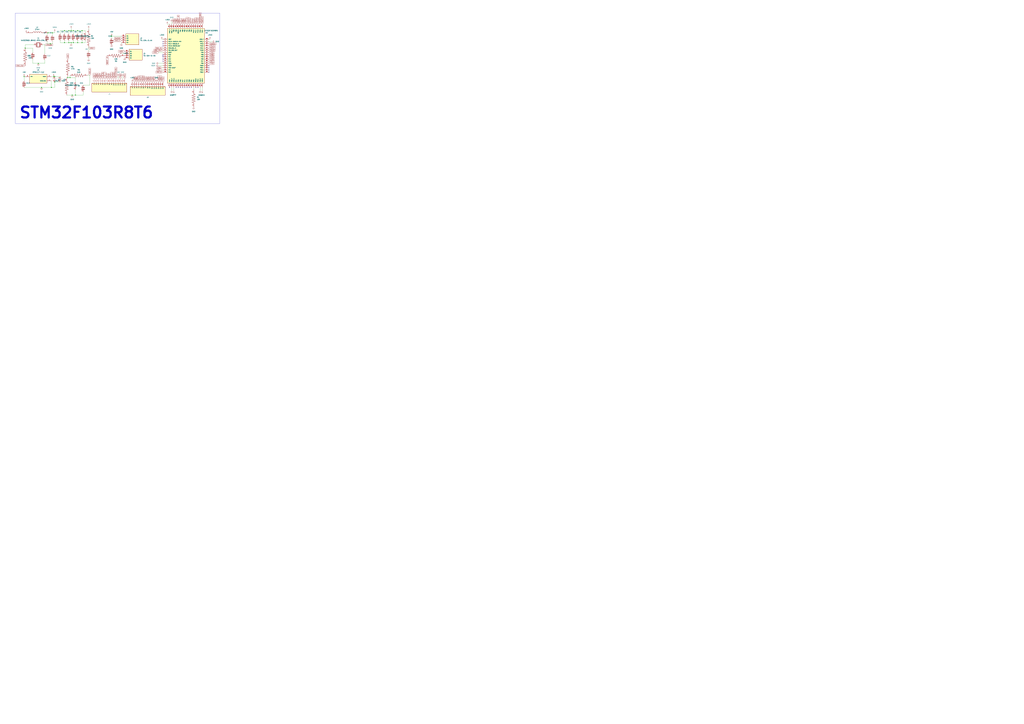
<source format=kicad_sch>
(kicad_sch (version 20231120) (generator "eeschema") (generator_version "8.0")
  (paper "A0")
  (lib_symbols
    (symbol "AMS1117-3.3:AMS1117-3.3" (pin_names (offset 1.016))
      (property "Reference" "U" (at -10.16 5.588 0))
      (property "Value" "AMS1117-3.3" (at -10.16 -8.128 0))
      (symbol "AMS1117-3.3_0_0"
        (rectangle (start -10.16 -5.08) (end 10.16 5.08) (stroke (width 0.254)) (fill (type background)))
        (pin power_in line (at 15.24 -2.54 180) (length 5.08) (name "GND/ADJ") (number "1"))
        (pin output line (at 15.24 2.54 180) (length 5.08) (name "VOUT") (number "2"))
        (pin input line (at -15.24 2.54 0) (length 5.08) (name "VIN") (number "3"))
      )
    )
    (symbol "CL05B104KO5NNNC:CL05B104KO5NNNC" (pin_names (offset 1.016))
      (property "Reference" "C" (at 0 3.81 0))
      (property "Value" "CL05B104KO5NNNC" (at 0 -5.08 0))
      (symbol "CL05B104KO5NNNC_0_0"
        (rectangle (start 0 -1.905) (end 0.635 1.905) (stroke (width 0.1)) (fill (type outline)))
        (rectangle (start 1.905 -1.905) (end 2.54 1.905) (stroke (width 0.1)) (fill (type outline)))
        (pin passive line (at 5.08 0 180) (length 2.54) (name "~") (number "1"))
        (pin passive line (at -2.54 0 0) (length 2.54) (name "~") (number "2"))
      )
    )
    (symbol "CRGCQ0402F10K:CRGCQ0402F10K" (pin_names (offset 1.016))
      (property "Reference" "R" (at -7.6244 2.5415 0))
      (property "Value" "CRGCQ0402F10K" (at -7.63 -5.0866 0))
      (symbol "CRGCQ0402F10K_0_0"
        (polyline (pts (xy -5.08 0) (xy -4.445 1.905)) (stroke (width 0.254)))
        (polyline (pts (xy -4.445 1.905) (xy -3.175 -1.905)) (stroke (width 0.254)))
        (polyline (pts (xy -3.175 -1.905) (xy -1.905 1.905)) (stroke (width 0.254)))
        (polyline (pts (xy -1.905 1.905) (xy -0.635 -1.905)) (stroke (width 0.254)))
        (polyline (pts (xy -0.635 -1.905) (xy 0.635 1.905)) (stroke (width 0.254)))
        (polyline (pts (xy 0.635 1.905) (xy 1.905 -1.905)) (stroke (width 0.254)))
        (polyline (pts (xy 1.905 -1.905) (xy 3.175 1.905)) (stroke (width 0.254)))
        (polyline (pts (xy 3.175 1.905) (xy 4.445 -1.905)) (stroke (width 0.254)))
        (polyline (pts (xy 4.445 -1.905) (xy 5.08 0)) (stroke (width 0.254)))
        (pin passive line (at -10.16 0 0) (length 5.08) (name "~") (number "1"))
        (pin passive line (at 10.16 0 180) (length 5.08) (name "~") (number "2"))
      )
    )
    (symbol "MLG1005S10NHT000:MLG1005S10NHT000" (pin_names (offset 1.016))
      (property "Reference" "L" (at -10.16 7.62 0))
      (property "Value" "MLG1005S10NHT000" (at -10.16 5.08 0))
      (symbol "MLG1005S10NHT000_0_0"
        (arc (start -2.54 0) (mid -3.81 1.2645) (end -5.08 0) (stroke (width 0.254)))
        (arc (start 0 0) (mid -1.27 1.2645) (end -2.54 0) (stroke (width 0.254)))
        (polyline (pts (xy -5.08 0) (xy -7.62 0)) (stroke (width 0.254)))
        (polyline (pts (xy 5.08 0) (xy 7.62 0)) (stroke (width 0.254)))
        (arc (start 2.54 0) (mid 1.27 1.2645) (end 0 0) (stroke (width 0.254)))
        (arc (start 5.08 0) (mid 3.81 1.2645) (end 2.54 0) (stroke (width 0.254)))
        (pin passive line (at -12.7 0 0) (length 5.08) (name "~") (number "1"))
        (pin passive line (at 12.7 0 180) (length 5.08) (name "~") (number "2"))
      )
    )
    (symbol "NX3225GD-8MHZ-STD-CRA-3:NX3225GD-8MHZ-STD-CRA-3" (pin_names (offset 1.016))
      (property "Reference" "Y" (at -5.0878 3.8159 0))
      (property "Value" "NX3225GD-8MHZ-STD-CRA-3" (at -5.0944 -5.0944 0))
      (symbol "NX3225GD-8MHZ-STD-CRA-3_0_0"
        (polyline (pts (xy -2.3368 2.54) (xy -2.3368 -2.54)) (stroke (width 0.4064)))
        (polyline (pts (xy -1.397 2.54) (xy -1.397 -2.54)) (stroke (width 0.4064)))
        (polyline (pts (xy -1.397 2.54) (xy 1.397 2.54)) (stroke (width 0.4064)))
        (polyline (pts (xy 1.397 -2.54) (xy -1.397 -2.54)) (stroke (width 0.4064)))
        (polyline (pts (xy 1.397 2.54) (xy 1.397 -2.54)) (stroke (width 0.4064)))
        (polyline (pts (xy 2.3368 2.54) (xy 2.3368 -2.54)) (stroke (width 0.4064)))
        (pin passive line (at -5.08 0 0) (length 2.54) (name "~") (number "1"))
        (pin passive line (at 5.08 0 180) (length 2.54) (name "~") (number "2"))
      )
    )
    (symbol "New_Library:Capacitores_"
      (property "Reference" "U" (at -5.08 -2.54 0))
      (symbol "Capacitores__0_1"
        (rectangle (start -2.54 0) (end 2.54 0))
        (arc (start 1.905 -1.9051) (mid 0 -1.2587) (end -1.905 -1.9051))
      )
      (symbol "Capacitores__1_1"
        (pin input line (at 0 2.54 270) (length 2.54) (name "") (number "1"))
        (pin input line (at 0 -3.81 90) (length 2.54) (name "") (number "2"))
      )
    )
    (symbol "New_Library:Diodos_de_los_supresores/TVS_del_ESD_DE_3.3V"
      (property "Reference" "U" (at -3.81 -1.27 0))
      (symbol "Diodos_de_los_supresores/TVS_del_ESD_DE_3.3V_0_1"
        (rectangle (start -1.27 -3.81) (end 1.27 -3.81))
        (rectangle (start -1.27 -2.54) (end 1.27 -2.54))
        (arc (start -1.27 -1.27) (mid -0.372 -0.898) (end 0 0))
        (rectangle (start -1.27 -1.27) (end 1.27 -1.27))
        (rectangle (start -1.27 0) (end 1.27 0))
        (arc (start 0 -3.81) (mid -0.372 -2.912) (end -1.27 -2.54))
        (rectangle (start 0 -1.27) (end 0 -2.54))
        (arc (start 0 0) (mid 0.372 -0.898) (end 1.27 -1.27))
        (arc (start 1.27 -2.54) (mid 0.372 -2.912) (end 0 -3.81))
        (rectangle (start 1.27 0) (end 1.27 0))
      )
      (symbol "Diodos_de_los_supresores/TVS_del_ESD_DE_3.3V_1_1"
        (pin input line (at 0 2.54 270) (length 2.54) (name "") (number "1"))
        (pin input line (at 0 -6.35 90) (length 2.54) (name "") (number "2"))
      )
    )
    (symbol "STM32F103R8T6:STM32F103R8T6" (pin_names (offset 1.016))
      (property "Reference" "IC" (at 49.53 17.78 0))
      (property "Value" "STM32F103R8T6" (at 49.53 15.24 0))
      (symbol "STM32F103R8T6_0_0"
        (rectangle (start 5.08 -50.8) (end 48.26 12.7) (stroke (width 0.254)) (fill (type background)))
        (pin bidirectional line (at 0 0 0) (length 5.08) (name "VBAT") (number "1"))
        (pin bidirectional line (at 0 -22.86 0) (length 5.08) (name "PC2") (number "10"))
        (pin bidirectional line (at 0 -25.4 0) (length 5.08) (name "PC3") (number "11"))
        (pin power_in line (at 0 -27.94 0) (length 5.08) (name "VSSA") (number "12"))
        (pin power_in line (at 0 -30.48 0) (length 5.08) (name "VDDA") (number "13"))
        (pin bidirectional line (at 0 -33.02 0) (length 5.08) (name "PA0-WKUP") (number "14"))
        (pin bidirectional line (at 0 -35.56 0) (length 5.08) (name "PA1") (number "15"))
        (pin bidirectional line (at 0 -38.1 0) (length 5.08) (name "PA2") (number "16"))
        (pin bidirectional line (at 7.62 -55.88 90) (length 5.08) (name "PA3") (number "17"))
        (pin power_in line (at 10.16 -55.88 90) (length 5.08) (name "VSS_4") (number "18"))
        (pin power_in line (at 12.7 -55.88 90) (length 5.08) (name "VDD_4") (number "19"))
        (pin bidirectional line (at 0 -2.54 0) (length 5.08) (name "PC13-TAMPER-RTC") (number "2"))
        (pin bidirectional line (at 15.24 -55.88 90) (length 5.08) (name "PA4") (number "20"))
        (pin bidirectional line (at 17.78 -55.88 90) (length 5.08) (name "PA5") (number "21"))
        (pin bidirectional line (at 20.32 -55.88 90) (length 5.08) (name "PA6") (number "22"))
        (pin bidirectional line (at 22.86 -55.88 90) (length 5.08) (name "PA7") (number "23"))
        (pin bidirectional line (at 25.4 -55.88 90) (length 5.08) (name "PC4") (number "24"))
        (pin bidirectional line (at 27.94 -55.88 90) (length 5.08) (name "PC5") (number "25"))
        (pin bidirectional line (at 30.48 -55.88 90) (length 5.08) (name "PB0") (number "26"))
        (pin bidirectional line (at 33.02 -55.88 90) (length 5.08) (name "PB1") (number "27"))
        (pin bidirectional line (at 35.56 -55.88 90) (length 5.08) (name "PB2") (number "28"))
        (pin bidirectional line (at 38.1 -55.88 90) (length 5.08) (name "PB10") (number "29"))
        (pin input line (at 0 -5.08 0) (length 5.08) (name "PC14-OSC32_IN") (number "3"))
        (pin bidirectional line (at 40.64 -55.88 90) (length 5.08) (name "PB11") (number "30"))
        (pin power_in line (at 43.18 -55.88 90) (length 5.08) (name "VSS_1") (number "31"))
        (pin power_in line (at 45.72 -55.88 90) (length 5.08) (name "VDD_1") (number "32"))
        (pin bidirectional line (at 53.34 -38.1 180) (length 5.08) (name "PB12") (number "33"))
        (pin bidirectional line (at 53.34 -35.56 180) (length 5.08) (name "PB13") (number "34"))
        (pin bidirectional line (at 53.34 -33.02 180) (length 5.08) (name "PB14") (number "35"))
        (pin bidirectional line (at 53.34 -30.48 180) (length 5.08) (name "PB15") (number "36"))
        (pin bidirectional line (at 53.34 -27.94 180) (length 5.08) (name "PC6") (number "37"))
        (pin bidirectional line (at 53.34 -25.4 180) (length 5.08) (name "PC7") (number "38"))
        (pin bidirectional line (at 53.34 -22.86 180) (length 5.08) (name "PC8") (number "39"))
        (pin output line (at 0 -7.62 0) (length 5.08) (name "PC15-OSC32_OUT") (number "4"))
        (pin bidirectional line (at 53.34 -20.32 180) (length 5.08) (name "PC9") (number "40"))
        (pin bidirectional line (at 53.34 -17.78 180) (length 5.08) (name "PA8") (number "41"))
        (pin bidirectional line (at 53.34 -15.24 180) (length 5.08) (name "PA9") (number "42"))
        (pin bidirectional line (at 53.34 -12.7 180) (length 5.08) (name "PA10") (number "43"))
        (pin bidirectional line (at 53.34 -10.16 180) (length 5.08) (name "PA11") (number "44"))
        (pin bidirectional line (at 53.34 -7.62 180) (length 5.08) (name "PA12") (number "45"))
        (pin bidirectional line (at 53.34 -5.08 180) (length 5.08) (name "PA13") (number "46"))
        (pin power_in line (at 53.34 -2.54 180) (length 5.08) (name "VSS_2") (number "47"))
        (pin power_in line (at 53.34 0 180) (length 5.08) (name "VDD_2") (number "48"))
        (pin bidirectional line (at 45.72 17.78 270) (length 5.08) (name "PA14") (number "49"))
        (pin input line (at 0 -10.16 0) (length 5.08) (name "PD0_OSC_IN") (number "5"))
        (pin bidirectional line (at 43.18 17.78 270) (length 5.08) (name "PA15") (number "50"))
        (pin bidirectional line (at 40.64 17.78 270) (length 5.08) (name "PC10") (number "51"))
        (pin bidirectional line (at 38.1 17.78 270) (length 5.08) (name "PC11") (number "52"))
        (pin bidirectional line (at 35.56 17.78 270) (length 5.08) (name "PC12") (number "53"))
        (pin bidirectional line (at 33.02 17.78 270) (length 5.08) (name "PD2") (number "54"))
        (pin bidirectional line (at 30.48 17.78 270) (length 5.08) (name "PB3") (number "55"))
        (pin bidirectional line (at 27.94 17.78 270) (length 5.08) (name "PB4") (number "56"))
        (pin bidirectional line (at 25.4 17.78 270) (length 5.08) (name "PB5") (number "57"))
        (pin bidirectional line (at 22.86 17.78 270) (length 5.08) (name "PB6") (number "58"))
        (pin bidirectional line (at 20.32 17.78 270) (length 5.08) (name "PB7") (number "59"))
        (pin output line (at 0 -12.7 0) (length 5.08) (name "PD1_OSC_OUT") (number "6"))
        (pin bidirectional line (at 17.78 17.78 270) (length 5.08) (name "BOOT0") (number "60"))
        (pin bidirectional line (at 15.24 17.78 270) (length 5.08) (name "PB8") (number "61"))
        (pin bidirectional line (at 12.7 17.78 270) (length 5.08) (name "PB9") (number "62"))
        (pin power_in line (at 10.16 17.78 270) (length 5.08) (name "VSS_3") (number "63"))
        (pin power_in line (at 7.62 17.78 270) (length 5.08) (name "VDD_3") (number "64"))
        (pin input line (at 0 -15.24 0) (length 5.08) (name "NRST") (number "7"))
        (pin bidirectional line (at 0 -17.78 0) (length 5.08) (name "PC0") (number "8"))
        (pin bidirectional line (at 0 -20.32 0) (length 5.08) (name "PC1") (number "9"))
      )
    )
    (symbol "TS-104-G-AA:TS-104-G-AA" (pin_names (offset 1.016))
      (property "Reference" "J" (at -8.12 7.62 0))
      (property "Value" "TS-104-G-AA" (at -7.62 -7.62 0))
      (symbol "TS-104-G-AA_0_0"
        (rectangle (start -7.62 -5.08) (end 7.62 7.62) (stroke (width 0.254)) (fill (type background)))
        (pin passive line (at -12.7 5.08 0) (length 5.08) (name "01") (number "01"))
        (pin passive line (at -12.7 2.54 0) (length 5.08) (name "02") (number "02"))
        (pin passive line (at -12.7 0 0) (length 5.08) (name "03") (number "03"))
        (pin passive line (at -12.7 -2.54 0) (length 5.08) (name "04") (number "04"))
      )
    )
    (symbol "V06-1X15-SV-GF-1:V06-1X15-SV-GF-1" (pin_names (offset 1.016))
      (property "Reference" "J" (at -5.58 20.32 0))
      (property "Value" "V06-1X15-SV-GF-1" (at -5.08 -22.86 0))
      (symbol "V06-1X15-SV-GF-1_0_0"
        (rectangle (start -5.3307 -20.32) (end 4.8293 20.32) (stroke (width 0.254)) (fill (type background)))
        (polyline (pts (xy 3.81 20.32) (xy 5.08 19.05)) (stroke (width 0.254)))
        (polyline (pts (xy 5.08 -19.05) (xy 3.81 -20.32)) (stroke (width 0.254)))
        (polyline (pts (xy 5.08 -17.78) (xy 3.81 -17.78)) (stroke (width 0.254)))
        (polyline (pts (xy 5.08 -15.24) (xy 3.81 -15.24)) (stroke (width 0.254)))
        (polyline (pts (xy 5.08 -12.7) (xy 3.81 -12.7)) (stroke (width 0.254)))
        (polyline (pts (xy 5.08 -10.16) (xy 3.81 -10.16)) (stroke (width 0.254)))
        (polyline (pts (xy 5.08 -7.62) (xy 3.81 -7.62)) (stroke (width 0.254)))
        (polyline (pts (xy 5.08 -5.08) (xy 3.81 -5.08)) (stroke (width 0.254)))
        (polyline (pts (xy 5.08 -2.54) (xy 3.81 -2.54)) (stroke (width 0.254)))
        (polyline (pts (xy 5.08 0) (xy 3.81 0)) (stroke (width 0.254)))
        (polyline (pts (xy 5.08 2.54) (xy 3.81 2.54)) (stroke (width 0.254)))
        (polyline (pts (xy 5.08 5.08) (xy 3.81 5.08)) (stroke (width 0.254)))
        (polyline (pts (xy 5.08 7.62) (xy 3.81 7.62)) (stroke (width 0.254)))
        (polyline (pts (xy 5.08 10.16) (xy 3.81 10.16)) (stroke (width 0.254)))
        (polyline (pts (xy 5.08 12.7) (xy 3.81 12.7)) (stroke (width 0.254)))
        (polyline (pts (xy 5.08 15.24) (xy 3.81 15.24)) (stroke (width 0.254)))
        (polyline (pts (xy 5.08 17.78) (xy 3.81 17.78)) (stroke (width 0.254)))
        (arc (start 3.175 -18.415) (mid 3.8073 -17.78) (end 3.175 -17.145) (stroke (width 0.254)))
        (arc (start 3.175 -15.875) (mid 3.8073 -15.24) (end 3.175 -14.605) (stroke (width 0.254)))
        (arc (start 3.175 -13.335) (mid 3.8073 -12.7) (end 3.175 -12.065) (stroke (width 0.254)))
        (arc (start 3.175 -10.795) (mid 3.8073 -10.16) (end 3.175 -9.525) (stroke (width 0.254)))
        (arc (start 3.175 -8.255) (mid 3.8073 -7.62) (end 3.175 -6.985) (stroke (width 0.254)))
        (arc (start 3.175 -5.715) (mid 3.8073 -5.08) (end 3.175 -4.445) (stroke (width 0.254)))
        (arc (start 3.175 -3.175) (mid 3.8073 -2.54) (end 3.175 -1.905) (stroke (width 0.254)))
        (arc (start 3.175 -0.635) (mid 3.8073 0) (end 3.175 0.635) (stroke (width 0.254)))
        (arc (start 3.175 1.905) (mid 3.8073 2.54) (end 3.175 3.175) (stroke (width 0.254)))
        (arc (start 3.175 4.445) (mid 3.8073 5.08) (end 3.175 5.715) (stroke (width 0.254)))
        (arc (start 3.175 6.985) (mid 3.8073 7.62) (end 3.175 8.255) (stroke (width 0.254)))
        (arc (start 3.175 9.525) (mid 3.8073 10.16) (end 3.175 10.795) (stroke (width 0.254)))
        (arc (start 3.175 12.065) (mid 3.8073 12.7) (end 3.175 13.335) (stroke (width 0.254)))
        (arc (start 3.175 14.605) (mid 3.8073 15.24) (end 3.175 15.875) (stroke (width 0.254)))
        (arc (start 3.175 17.145) (mid 3.8073 17.78) (end 3.175 18.415) (stroke (width 0.254)))
        (pin passive line (at 10.16 17.78 180) (length 5.08) (name "1") (number "1"))
        (pin passive line (at 10.16 -5.08 180) (length 5.08) (name "10") (number "10"))
        (pin passive line (at 10.16 -7.62 180) (length 5.08) (name "11") (number "11"))
        (pin passive line (at 10.16 -10.16 180) (length 5.08) (name "12") (number "12"))
        (pin passive line (at 10.16 -12.7 180) (length 5.08) (name "13") (number "13"))
        (pin passive line (at 10.16 -15.24 180) (length 5.08) (name "14") (number "14"))
        (pin passive line (at 10.16 -17.78 180) (length 5.08) (name "15") (number "15"))
        (pin passive line (at 10.16 15.24 180) (length 5.08) (name "2") (number "2"))
        (pin passive line (at 10.16 12.7 180) (length 5.08) (name "3") (number "3"))
        (pin passive line (at 10.16 10.16 180) (length 5.08) (name "4") (number "4"))
        (pin passive line (at 10.16 7.62 180) (length 5.08) (name "5") (number "5"))
        (pin passive line (at 10.16 5.08 180) (length 5.08) (name "6") (number "6"))
        (pin passive line (at 10.16 2.54 180) (length 5.08) (name "7") (number "7"))
        (pin passive line (at 10.16 0 180) (length 5.08) (name "8") (number "8"))
        (pin passive line (at 10.16 -2.54 180) (length 5.08) (name "9") (number "9"))
      )
    )
    (symbol "power:+3V3" (power) (pin_names (offset 0))
      (property "Value" "+3V3" (at 0 3.556 0))
      (symbol "+3V3_0_1"
        (polyline (pts (xy -0.762 1.27) (xy 0 2.54)))
        (polyline (pts (xy 0 0) (xy 0 2.54)))
        (polyline (pts (xy 0 2.54) (xy 0.762 1.27)))
      )
      (symbol "+3V3_1_1"
        (pin power_in line (at 0 0 90) (length 0) hide (name "+3V3") (number "1"))
      )
    )
    (symbol "power:+5V" (power) (pin_names (offset 0))
      (property "Value" "+5V" (at 0 3.556 0))
      (symbol "+5V_0_1"
        (polyline (pts (xy -0.762 1.27) (xy 0 2.54)))
        (polyline (pts (xy 0 0) (xy 0 2.54)))
        (polyline (pts (xy 0 2.54) (xy 0.762 1.27)))
      )
      (symbol "+5V_1_1"
        (pin power_in line (at 0 0 90) (length 0) hide (name "+5V") (number "1"))
      )
    )
    (symbol "power:GND" (power) (pin_names (offset 0))
      (property "Value" "GND" (at 0 -3.81 0))
      (symbol "GND_0_1"
        (polyline (pts (xy 0 0) (xy 0 -1.27) (xy 1.27 -1.27) (xy 0 -2.54) (xy -1.27 -1.27) (xy 0 -1.27)))
      )
      (symbol "GND_1_1"
        (pin power_in line (at 0 0 270) (length 0) hide (name "GND") (number "1"))
      )
    )
    (symbol "power:VDDA" (power) (pin_names (offset 0))
      (property "Value" "VDDA" (at 0 3.81 0))
      (symbol "VDDA_0_1"
        (polyline (pts (xy -0.762 1.27) (xy 0 2.54)))
        (polyline (pts (xy 0 0) (xy 0 2.54)))
        (polyline (pts (xy 0 2.54) (xy 0.762 1.27)))
      )
      (symbol "VDDA_1_1"
        (pin power_in line (at 0 0 90) (length 0) hide (name "VDDA") (number "1"))
      )
    )
  )
  (junction (at 60.96 38.1))
  (junction (at 55.88 38.1))
  (junction (at 63.5 88.9))
  (junction (at 90.17 35.56))
  (junction (at 129.54 41.91))
  (junction (at 85.09 35.56))
  (junction (at 85.09 49.53))
  (junction (at 87.63 110.49))
  (junction (at 82.55 49.53))
  (junction (at 48.26 101.6))
  (junction (at 44.45 73.66))
  (junction (at 58.42 50.8))
  (junction (at 63.5 95.25))
  (junction (at 74.93 35.56))
  (junction (at 90.17 49.53))
  (junction (at 83.82 110.49))
  (junction (at 81.28 90.17))
  (junction (at 95.25 49.53))
  (junction (at 29.21 55.88))
  (junction (at 80.01 35.56))
  (junction (at 95.25 35.56))
  (junction (at 62.23 88.9))
  (junction (at 74.93 49.53))
  (junction (at 80.01 49.53))
  (junction (at 78.74 90.17))
  (junction (at 82.55 35.56))
  (junction (at 59.69 101.6))
  (junction (at 27.94 88.9))
  (no_connect (at 227.33 101.6))
  (no_connect (at 189.23 50.8))
  (no_connect (at 196.85 101.6))
  (no_connect (at 219.71 101.6))
  (no_connect (at 242.57 81.28))
  (no_connect (at 229.87 101.6))
  (no_connect (at 189.23 48.26))
  (no_connect (at 242.57 83.82))
  (no_connect (at 189.23 64.77))
  (no_connect (at 212.09 101.6))
  (no_connect (at 189.23 53.34))
  (no_connect (at 189.23 63.5))
  (no_connect (at 204.47 101.6))
  (no_connect (at 189.23 71.12))
  (no_connect (at 242.57 78.74))
  (no_connect (at 189.23 66.04))
  (no_connect (at 242.57 76.2))
  (no_connect (at 214.63 101.6))
  (no_connect (at 217.17 101.6))
  (no_connect (at 189.23 68.58))
  (no_connect (at 209.55 101.6))
  (no_connect (at 207.01 101.6))
  (no_connect (at 222.25 101.6))
  (wire (pts (xy 29.21 52.07) (xy 29.21 55.88)))
  (wire (pts (xy 96.52 99.06) (xy 104.14 99.06)))
  (wire (pts (xy 187.96 78.74) (xy 189.23 78.74)))
  (wire (pts (xy 74.93 35.56) (xy 80.01 35.56)))
  (wire (pts (xy 74.93 46.99) (xy 74.93 49.53)))
  (wire (pts (xy 242.57 48.26) (xy 246.38 48.26)))
  (wire (pts (xy 82.55 33.02) (xy 82.55 35.56)))
  (wire (pts (xy 104.14 99.06) (xy 104.14 87.63)))
  (wire (pts (xy 129.54 44.45) (xy 129.54 41.91)))
  (wire (pts (xy 184.15 60.96) (xy 189.23 60.96)))
  (wire (pts (xy 60.96 50.8) (xy 60.96 48.26)))
  (wire (pts (xy 85.09 49.53) (xy 85.09 46.99)))
  (wire (pts (xy 59.69 93.98) (xy 59.69 101.6)))
  (wire (pts (xy 95.25 39.37) (xy 95.25 35.56)))
  (wire (pts (xy 38.1 68.58) (xy 38.1 73.66)))
  (wire (pts (xy 78.74 88.9) (xy 78.74 90.17)))
  (wire (pts (xy 141.986 61.976) (xy 142.24 61.976)))
  (wire (pts (xy 63.5 95.25) (xy 69.85 95.25)))
  (wire (pts (xy 187.96 81.28) (xy 189.23 81.28)))
  (wire (pts (xy 85.09 35.56) (xy 85.09 39.37)))
  (wire (pts (xy 90.17 35.56) (xy 90.17 39.37)))
  (wire (pts (xy 69.85 39.37) (xy 69.85 35.56)))
  (wire (pts (xy 142.24 62.23) (xy 144.78 62.23)))
  (wire (pts (xy 96.52 106.68) (xy 96.52 110.49)))
  (wire (pts (xy 99.06 46.99) (xy 99.06 49.53)))
  (wire (pts (xy 99.06 35.56) (xy 95.25 35.56)))
  (wire (pts (xy 29.21 52.07) (xy 39.37 52.07)))
  (wire (pts (xy 95.25 46.99) (xy 95.25 49.53)))
  (wire (pts (xy 62.23 88.9) (xy 63.5 88.9)))
  (wire (pts (xy 38.1 55.88) (xy 29.21 55.88)))
  (wire (pts (xy 60.96 38.1) (xy 55.88 38.1)))
  (wire (pts (xy 80.01 49.53) (xy 82.55 49.53)))
  (wire (pts (xy 99.06 49.53) (xy 95.25 49.53)))
  (wire (pts (xy 63.5 88.9) (xy 69.85 88.9)))
  (wire (pts (xy 52.07 52.07) (xy 49.53 52.07)))
  (wire (pts (xy 83.82 110.49) (xy 87.63 110.49)))
  (wire (pts (xy 102.87 33.02) (xy 102.87 34.29)))
  (wire (pts (xy 224.79 101.6) (xy 224.79 104.14)))
  (wire (pts (xy 52.07 62.23) (xy 52.07 52.07)))
  (wire (pts (xy 63.5 95.25) (xy 63.5 101.6)))
  (wire (pts (xy 52.07 69.85) (xy 52.07 73.66)))
  (wire (pts (xy 90.17 35.56) (xy 95.25 35.56)))
  (wire (pts (xy 87.63 110.49) (xy 96.52 110.49)))
  (wire (pts (xy 81.28 87.63) (xy 81.28 90.17)))
  (wire (pts (xy 38.1 60.96) (xy 38.1 55.88)))
  (wire (pts (xy 137.16 88.9) (xy 137.16 91.44)))
  (wire (pts (xy 104.14 87.63) (xy 101.6 87.63)))
  (wire (pts (xy 87.63 90.17) (xy 87.63 95.25)))
  (wire (pts (xy 77.47 90.17) (xy 78.74 90.17)))
  (wire (pts (xy 184.15 73.66) (xy 189.23 73.66)))
  (wire (pts (xy 90.17 46.99) (xy 90.17 49.53)))
  (wire (pts (xy 87.63 110.49) (xy 87.63 104.14)))
  (wire (pts (xy 74.93 35.56) (xy 74.93 39.37)))
  (wire (pts (xy 54.61 38.1) (xy 55.88 38.1)))
  (wire (pts (xy 194.31 27.94) (xy 196.85 27.94)))
  (wire (pts (xy 184.15 76.2) (xy 189.23 76.2)))
  (wire (pts (xy 29.21 88.9) (xy 27.94 88.9)))
  (wire (pts (xy 58.42 50.8) (xy 60.96 50.8)))
  (wire (pts (xy 90.17 49.53) (xy 95.25 49.53)))
  (wire (pts (xy 234.95 101.6) (xy 234.95 105.41)))
  (wire (pts (xy 85.09 49.53) (xy 90.17 49.53)))
  (wire (pts (xy 102.87 68.58) (xy 102.87 67.31)))
  (wire (pts (xy 63.5 38.1) (xy 60.96 38.1)))
  (wire (pts (xy 129.54 41.91) (xy 140.97 41.91)))
  (wire (pts (xy 232.41 101.6) (xy 232.41 105.41)))
  (wire (pts (xy 54.61 48.26) (xy 54.61 50.8)))
  (wire (pts (xy 199.39 101.6) (xy 199.39 105.41)))
  (wire (pts (xy 60.96 40.64) (xy 60.96 38.1)))
  (wire (pts (xy 80.01 35.56) (xy 82.55 35.56)))
  (wire (pts (xy 140.97 50.8) (xy 140.97 49.53)))
  (wire (pts (xy 187.96 45.72) (xy 189.23 45.72)))
  (wire (pts (xy 27.94 101.6) (xy 48.26 101.6)))
  (wire (pts (xy 80.01 46.99) (xy 80.01 49.53)))
  (wire (pts (xy 82.55 35.56) (xy 85.09 35.56)))
  (wire (pts (xy 54.61 50.8) (xy 58.42 50.8)))
  (wire (pts (xy 54.61 38.1) (xy 54.61 40.64)))
  (wire (pts (xy 27.94 88.9) (xy 27.94 93.98)))
  (wire (pts (xy 59.69 88.9) (xy 62.23 88.9)))
  (wire (pts (xy 102.87 54.61) (xy 102.87 59.69)))
  (wire (pts (xy 142.24 61.976) (xy 142.24 62.23)))
  (wire (pts (xy 199.39 25.4) (xy 199.39 27.94)))
  (wire (pts (xy 77.47 110.49) (xy 83.82 110.49)))
  (wire (pts (xy 52.07 73.66) (xy 44.45 73.66)))
  (wire (pts (xy 69.85 35.56) (xy 74.93 35.56)))
  (wire (pts (xy 59.69 101.6) (xy 63.5 101.6)))
  (wire (pts (xy 74.93 49.53) (xy 80.01 49.53)))
  (wire (pts (xy 87.63 90.17) (xy 81.28 90.17)))
  (wire (pts (xy 69.85 49.53) (xy 74.93 49.53)))
  (wire (pts (xy 80.01 35.56) (xy 80.01 39.37)))
  (wire (pts (xy 99.06 38.1) (xy 99.06 35.56)))
  (wire (pts (xy 48.26 101.6) (xy 59.69 101.6)))
  (wire (pts (xy 38.1 73.66) (xy 44.45 73.66)))
  (wire (pts (xy 82.55 49.53) (xy 85.09 49.53)))
  (wire (pts (xy 85.09 35.56) (xy 90.17 35.56)))
  (wire (pts (xy 142.24 88.9) (xy 142.24 91.44)))
  (wire (pts (xy 69.85 46.99) (xy 69.85 49.53)))
  (wire (pts (xy 82.55 49.53) (xy 82.55 50.8)))
  (wire (pts (xy 63.5 36.83) (xy 63.5 38.1)))
  (wire (pts (xy 243.84 45.72) (xy 242.57 45.72)))
  (wire (pts (xy 201.93 101.6) (xy 201.93 105.41)))
  (wire (pts (xy 78.74 90.17) (xy 81.28 90.17)))
  (rectangle (start 17.78 15.24) (end 255.27 143.51))
  (text "STM32F103R8T6" (at 21.59 138.43 0) (effects (font (size 12.7 12.7) (thickness 2.54) (bold yes)) (justify left bottom)))
  (global_label "PB7" (shape input) (at 109.22 91.44 90) (property "Intersheetrefs" "${INTERSHEET_REFS}" (effects (hide yes))))
  (global_label "PA10" (shape input) (at 242.57 58.42 0) (property "Intersheetrefs" "${INTERSHEET_REFS}" (effects (hide yes))))
  (global_label "PC11" (shape input) (at 227.33 27.94 90) (property "Intersheetrefs" "${INTERSHEET_REFS}" (effects (hide yes))))
  (global_label "PB9" (shape input) (at 201.93 27.94 90) (property "Intersheetrefs" "${INTERSHEET_REFS}" (effects (hide yes))))
  (global_label "PB6" (shape input) (at 212.09 27.94 90) (property "Intersheetrefs" "${INTERSHEET_REFS}" (effects (hide yes))))
  (global_label "RECEPTORA" (shape input) (at 232.41 27.94 90) (property "Intersheetrefs" "${INTERSHEET_REFS}" (effects (hide yes))))
  (global_label "LIM_L" (shape input) (at 121.92 91.44 90) (property "Intersheetrefs" "${INTERSHEET_REFS}" (effects (hide yes))))
  (global_label "PA0" (shape input) (at 139.7 91.44 90) (property "Intersheetrefs" "${INTERSHEET_REFS}" (effects (hide yes))))
  (global_label "NRST" (shape input) (at 184.15 60.96 180) (property "Intersheetrefs" "${INTERSHEET_REFS}" (effects (hide yes))))
  (global_label "PB7" (shape input) (at 209.55 27.94 90) (property "Intersheetrefs" "${INTERSHEET_REFS}" (effects (hide yes))))
  (global_label "OSC_OUT" (shape input) (at 189.23 58.42 180) (property "Intersheetrefs" "${INTERSHEET_REFS}" (effects (hide yes))))
  (global_label "PA0" (shape input) (at 187.96 78.74 180) (property "Intersheetrefs" "${INTERSHEET_REFS}" (effects (hide yes))))
  (global_label "PA9" (shape input) (at 168.91 95.25 90) (property "Intersheetrefs" "${INTERSHEET_REFS}" (effects (hide yes))))
  (global_label "PA9" (shape input) (at 242.57 60.96 0) (property "Intersheetrefs" "${INTERSHEET_REFS}" (effects (hide yes))))
  (global_label "PB8" (shape input) (at 204.47 27.94 90) (property "Intersheetrefs" "${INTERSHEET_REFS}" (effects (hide yes))))
  (global_label "SWDIO" (shape input) (at 140.97 44.45 180) (property "Intersheetrefs" "${INTERSHEET_REFS}" (effects (hide yes))))
  (global_label "M_0" (shape input) (at 127 91.44 90) (property "Intersheetrefs" "${INTERSHEET_REFS}" (effects (hide yes))))
  (global_label "M_1" (shape input) (at 124.46 91.44 90) (property "Intersheetrefs" "${INTERSHEET_REFS}" (effects (hide yes))))
  (global_label "NRST" (shape input) (at 102.87 55.88 0) (property "Intersheetrefs" "${INTERSHEET_REFS}" (effects (hide yes))))
  (global_label "PB5" (shape input) (at 114.3 91.44 90) (property "Intersheetrefs" "${INTERSHEET_REFS}" (effects (hide yes))))
  (global_label "PC9" (shape input) (at 173.99 95.25 90) (property "Intersheetrefs" "${INTERSHEET_REFS}" (effects (hide yes))))
  (global_label "NRST" (shape input) (at 186.69 95.25 90) (property "Intersheetrefs" "${INTERSHEET_REFS}" (effects (hide yes))))
  (global_label "SWCLK" (shape input) (at 140.97 46.99 180) (property "Intersheetrefs" "${INTERSHEET_REFS}" (effects (hide yes))))
  (global_label "PC7" (shape input) (at 179.07 95.25 90) (property "Intersheetrefs" "${INTERSHEET_REFS}" (effects (hide yes))))
  (global_label "PB5" (shape input) (at 214.63 27.94 90) (property "Intersheetrefs" "${INTERSHEET_REFS}" (effects (hide yes))))
  (global_label "ADC_0" (shape input) (at 104.14 87.63 90) (property "Intersheetrefs" "${INTERSHEET_REFS}" (effects (hide yes))))
  (global_label "PC6" (shape input) (at 242.57 73.66 0) (property "Intersheetrefs" "${INTERSHEET_REFS}" (effects (hide yes))))
  (global_label "OSC_IN" (shape input) (at 52.07 52.07 0) (property "Intersheetrefs" "${INTERSHEET_REFS}" (effects (hide yes))))
  (global_label "LIM_R" (shape input) (at 119.38 91.44 90) (property "Intersheetrefs" "${INTERSHEET_REFS}" (effects (hide yes))))
  (global_label "RECEPTORA" (shape input) (at 134.62 91.44 90) (property "Intersheetrefs" "${INTERSHEET_REFS}" (effects (hide yes))))
  (global_label "NRST" (shape input) (at 184.15 95.25 90) (property "Intersheetrefs" "${INTERSHEET_REFS}" (effects (hide yes))))
  (global_label "PC11" (shape input) (at 129.54 91.44 90) (property "Intersheetrefs" "${INTERSHEET_REFS}" (effects (hide yes))))
  (global_label "PA11" (shape input) (at 242.57 55.88 0) (property "Intersheetrefs" "${INTERSHEET_REFS}" (effects (hide yes))))
  (global_label "PA1" (shape input) (at 144.78 91.44 90) (property "Intersheetrefs" "${INTERSHEET_REFS}" (effects (hide yes))))
  (global_label "PB8" (shape input) (at 158.75 95.25 90) (property "Intersheetrefs" "${INTERSHEET_REFS}" (effects (hide yes))))
  (global_label "SWCLK" (shape input) (at 234.95 27.94 90) (property "Intersheetrefs" "${INTERSHEET_REFS}" (effects (hide yes))))
  (global_label "BOOT _0" (shape input) (at 124.46 64.77 270) (property "Intersheetrefs" "${INTERSHEET_REFS}" (effects (hide yes))))
  (global_label "LIM_R" (shape input) (at 217.17 27.94 90) (property "Intersheetrefs" "${INTERSHEET_REFS}" (effects (hide yes))))
  (global_label "PA8" (shape input) (at 171.45 95.25 90) (property "Intersheetrefs" "${INTERSHEET_REFS}" (effects (hide yes))))
  (global_label "PA13" (shape input) (at 242.57 53.34 0) (property "Intersheetrefs" "${INTERSHEET_REFS}" (effects (hide yes))))
  (global_label "PC10" (shape input) (at 132.08 91.44 90) (property "Intersheetrefs" "${INTERSHEET_REFS}" (effects (hide yes))))
  (global_label "OSC_IN" (shape input) (at 189.23 55.88 180) (property "Intersheetrefs" "${INTERSHEET_REFS}" (effects (hide yes))))
  (global_label "NRST" (shape input) (at 144.78 59.69 180) (property "Intersheetrefs" "${INTERSHEET_REFS}" (effects (hide yes))))
  (global_label "PA13" (shape input) (at 161.29 95.25 90) (property "Intersheetrefs" "${INTERSHEET_REFS}" (effects (hide yes))))
  (global_label "OSC_OUT" (shape input) (at 29.21 76.2 180) (property "Intersheetrefs" "${INTERSHEET_REFS}" (effects (hide yes))))
  (global_label "PC7" (shape input) (at 242.57 71.12 0) (property "Intersheetrefs" "${INTERSHEET_REFS}" (effects (hide yes))))
  (global_label "PC8" (shape input) (at 242.57 68.58 0) (property "Intersheetrefs" "${INTERSHEET_REFS}" (effects (hide yes))))
  (global_label "ADC" (shape input) (at 116.84 91.44 90) (property "Intersheetrefs" "${INTERSHEET_REFS}" (effects (hide yes))))
  (global_label "ADC_0" (shape input) (at 189.23 83.82 180) (property "Intersheetrefs" "${INTERSHEET_REFS}" (effects (hide yes))))
  (global_label "PC10" (shape input) (at 229.87 27.94 90) (property "Intersheetrefs" "${INTERSHEET_REFS}" (effects (hide yes))))
  (global_label "PC6" (shape input) (at 189.23 95.25 90) (property "Intersheetrefs" "${INTERSHEET_REFS}" (effects (hide yes))))
  (global_label "ADC" (shape input) (at 78.74 68.58 90) (property "Intersheetrefs" "${INTERSHEET_REFS}" (effects (hide yes))))
  (global_label "SWDIO" (shape input) (at 242.57 50.8 0) (property "Intersheetrefs" "${INTERSHEET_REFS}" (effects (hide yes))))
  (global_label "PC9" (shape input) (at 242.57 66.04 0) (property "Intersheetrefs" "${INTERSHEET_REFS}" (effects (hide yes))))
  (global_label "PC8" (shape input) (at 176.53 95.25 90) (property "Intersheetrefs" "${INTERSHEET_REFS}" (effects (hide yes))))
  (global_label "PA11" (shape input) (at 163.83 95.25 90) (property "Intersheetrefs" "${INTERSHEET_REFS}" (effects (hide yes))))
  (global_label "PA10" (shape input) (at 166.37 95.25 90) (property "Intersheetrefs" "${INTERSHEET_REFS}" (effects (hide yes))))
  (global_label "M_0" (shape input) (at 224.79 27.94 90) (property "Intersheetrefs" "${INTERSHEET_REFS}" (effects (hide yes))))
  (global_label "PB9" (shape input) (at 156.21 95.25 90) (property "Intersheetrefs" "${INTERSHEET_REFS}" (effects (hide yes))))
  (global_label "PA1" (shape input) (at 187.96 81.28 180) (property "Intersheetrefs" "${INTERSHEET_REFS}" (effects (hide yes))))
  (global_label "BOOT _0" (shape input) (at 207.01 27.94 90) (property "Intersheetrefs" "${INTERSHEET_REFS}" (effects (hide yes))))
  (global_label "PA8" (shape input) (at 242.57 63.5 0) (property "Intersheetrefs" "${INTERSHEET_REFS}" (effects (hide yes))))
  (global_label "LIM_L" (shape input) (at 219.71 27.94 90) (property "Intersheetrefs" "${INTERSHEET_REFS}" (effects (hide yes))))
  (global_label "M_1" (shape input) (at 222.25 27.94 90) (property "Intersheetrefs" "${INTERSHEET_REFS}" (effects (hide yes))))
  (global_label "PB6" (shape input) (at 111.76 91.44 90) (property "Intersheetrefs" "${INTERSHEET_REFS}" (effects (hide yes))))
  (symbol (lib_id "CL05B104KO5NNNC:CL05B104KO5NNNC") (at 80.01 44.45 90) (unit 1)
    (property "Reference" "C3" (at 76.2 36.83 90) (effects (justify right)))
    (property "Value" "100nF" (effects (hide yes)))
    (property "Footprint" "CL05B104KO5NNNC:CAPC1005X55N" (effects (hide yes)))
    (property "LCSC" "C1525" (effects (hide yes)))
  )
  (symbol (lib_id "power:+3V3") (at 141.986 61.976 90) (unit 1)
    (property "Reference" "#PWR014" (effects (hide yes)))
    (property "Value" "+3V3" (at 143.256 61.976 90) (effects (justify right)))
  )
  (symbol (lib_id "power:+3V3") (at 187.96 45.72 0) (unit 1)
    (property "Reference" "#PWR05" (effects (hide yes)))
    (property "Value" "+3V3" (at 187.96 40.64 0))
  )
  (symbol (lib_id "New_Library:Diodos_de_los_supresores/TVS_del_ESD_DE_3.3V") (at 99.06 40.64 0) (unit 1)
    (property "Reference" "U5" (at 101.6 42.545 0) (effects (justify left)))
    (property "Value" "PESD2V0Y1BSFYL" (at 95.25 41.91 0))
    (property "Footprint" "PESD2V0Y1BSFYL:DIO_PESD5V0R1BSFYL" (effects (hide yes)))
  )
  (symbol (lib_id "NX3225GD-8MHZ-STD-CRA-3:NX3225GD-8MHZ-STD-CRA-3") (at 44.45 52.07 0) (unit 1)
    (property "Reference" "Y1" (at 44.45 44.45 0))
    (property "Value" "NX3225GD-8MHZ-STD-CRA-3" (at 39.37 46.99 0))
    (property "Footprint" "NX3225GD-8MHZ-STD-CRA-3:XTAL_NX3225GD-8MHZ-STD-CRA-3" (effects (hide yes)))
    (property "Description" "\n8 MHz ±50 ppm Cristal 8 pF 500 ohmios 2-SMD, sin conductor\n" (effects (hide yes)))
    (property "MF" "NDK America," (effects (hide yes)))
    (property "Package" "SMD-2 NDK" (effects (hide yes)))
    (property "Price" "None" (effects (hide yes)))
    (property "Check_prices" "https://www.snapeda.com/parts/NX3225GD-8MHZ-STD-CRA-3/NDK+America%252C+Inc./view-part/?ref=eda" (effects (hide yes)))
    (property "SnapEDA_Link" "https://www.snapeda.com/parts/NX3225GD-8MHZ-STD-CRA-3/NDK+America%252C+Inc./view-part/?ref=snap" (effects (hide yes)))
    (property "MP" "NX3225GD-8MHZ-STD-CRA-3" (effects (hide yes)))
    (property "Availability" "In Stock" (effects (hide yes)))
    (property "Purchase-URL" "https://pricing.snapeda.com/search/part/NX3225GD-8MHZ-STD-CRA-3/?ref=eda" (effects (hide yes)))
  )
  (symbol (lib_id "power:GND") (at 232.41 105.41 0) (unit 1)
    (property "Reference" "#PWR09" (effects (hide yes)))
    (property "Value" "GND" (at 232.41 110.49 0))
  )
  (symbol (lib_id "power:+3V3") (at 234.95 105.41 180) (unit 1)
    (property "Reference" "#PWR07" (effects (hide yes)))
    (property "Value" "+3V3" (at 234.95 110.49 0))
  )
  (symbol (lib_id "power:+3V3") (at 153.67 95.25 0) (unit 1)
    (property "Reference" "#PWR032" (effects (hide yes)))
    (property "Value" "+3V3" (at 153.67 90.17 0))
  )
  (symbol (lib_id "New_Library:Diodos_de_los_supresores/TVS_del_ESD_DE_3.3V") (at 87.63 97.79 0) (unit 1)
    (property "Reference" "U4" (at 90.17 99.695 0) (effects (justify left)))
    (property "Value" "PESD2V0Y1BSFYL" (at 83.82 99.06 0))
    (property "Footprint" "PESD2V0Y1BSFYL:DIO_PESD5V0R1BSFYL" (effects (hide yes)))
  )
  (symbol (lib_id "power:GND") (at 181.61 95.25 180) (unit 1)
    (property "Reference" "#PWR031" (effects (hide yes)))
    (property "Value" "GND" (at 181.61 90.2066 0))
  )
  (symbol (lib_id "CL05B104KO5NNNC:CL05B104KO5NNNC") (at 60.96 45.72 90) (unit 1)
    (property "Reference" "C8" (at 57.15 38.1 90) (effects (justify right)))
    (property "Value" "1uF" (effects (hide yes)))
    (property "Footprint" "CL05B104KO5NNNC:CAPC1005X55N" (effects (hide yes)))
    (property "LCSC" "C1525" (effects (hide yes)))
  )
  (symbol (lib_id "power:+3V3") (at 62.23 88.9 0) (unit 1)
    (property "Reference" "#PWR028" (effects (hide yes)))
    (property "Value" "+3V3" (at 62.23 83.82 0))
  )
  (symbol (lib_id "power:GND") (at 199.39 105.41 0) (unit 1)
    (property "Reference" "#PWR08" (effects (hide yes)))
    (property "Value" "GND" (at 199.39 110.49 0))
  )
  (symbol (lib_id "V06-1X15-SV-GF-1:V06-1X15-SV-GF-1") (at 127 101.6 90) (unit 1)
    (property "Reference" "J4" (at 127 109.22 90))
    (property "Value" "  " (at 127 111.76 90))
    (property "Footprint" "V06-1X15-SV-GF-1:VALCON_V06-1X15-SV-GF-1" (effects (hide yes)))
    (property "Description" "\nConector hembra para montaje en PCB de una hilera con paso de 2,54 mm Valcon serie V06\n" (effects (hide yes)))
    (property "MF" "Valcon" (effects (hide yes)))
    (property "Package" "None" (effects (hide yes)))
    (property "Price" "None" (effects (hide yes)))
    (property "Check_prices" "https://www.snapeda.com/parts/V06-1x15-SV-GF-1/Valcon/view-part/?ref=eda" (effects (hide yes)))
    (property "SnapEDA_Link" "https://www.snapeda.com/parts/V06-1x15-SV-GF-1/Valcon/view-part/?ref=snap" (effects (hide yes)))
    (property "MP" "V06-1x15-SV-GF-1" (effects (hide yes)))
    (property "Availability" "In Stock" (effects (hide yes)))
    (property "MANUFACTURER" "VALCON" (effects (hide yes)))
  )
  (symbol (lib_id "power:+3V3") (at 243.84 45.72 0) (unit 1)
    (property "Reference" "#PWR04" (effects (hide yes)))
    (property "Value" "+3V3" (at 243.84 40.64 0))
  )
  (symbol (lib_id "V06-1X15-SV-GF-1:V06-1X15-SV-GF-1") (at 171.45 105.41 90) (unit 1)
    (property "Reference" "J3" (at 171.45 113.03 90))
    (property "Value" "  " (at 171.45 115.57 90))
    (property "Footprint" "V06-1X15-SV-GF-1:VALCON_V06-1X15-SV-GF-1" (effects (hide yes)))
    (property "Description" "\nConector hembra para montaje en PCB de una hilera con paso de 2,54 mm Valcon serie V06\n" (effects (hide yes)))
    (property "MF" "Valcon" (effects (hide yes)))
    (property "Package" "None" (effects (hide yes)))
    (property "Price" "None" (effects (hide yes)))
    (property "Check_prices" "https://www.snapeda.com/parts/V06-1x15-SV-GF-1/Valcon/view-part/?ref=eda" (effects (hide yes)))
    (property "SnapEDA_Link" "https://www.snapeda.com/parts/V06-1x15-SV-GF-1/Valcon/view-part/?ref=snap" (effects (hide yes)))
    (property "MP" "V06-1x15-SV-GF-1" (effects (hide yes)))
    (property "Availability" "In Stock" (effects (hide yes)))
    (property "MANUFACTURER" "VALCON" (effects (hide yes)))
  )
  (symbol (lib_id "power:+3V3") (at 82.55 33.02 0) (unit 1)
    (property "Reference" "#PWR01" (effects (hide yes)))
    (property "Value" "+3V3" (at 82.55 27.94 0))
  )
  (symbol (lib_id "power:GND") (at 199.39 25.4 180) (unit 1)
    (property "Reference" "#PWR012" (effects (hide yes)))
    (property "Value" "GND" (at 199.39 20.32 0))
  )
  (symbol (lib_id "power:GND") (at 102.87 68.58 0) (unit 1)
    (property "Reference" "#PWR017" (effects (hide yes)))
    (property "Value" "GND" (at 102.87 73.66 0))
  )
  (symbol (lib_id "New_Library:Capacitores_") (at 63.5 91.44 0) (unit 1)
    (property "Reference" "U3" (at 67.31 92.3925 0) (effects (justify left)))
    (property "Value" "10uF" (at 66.04 93.98 0))
    (property "Footprint" "Capacitor_SMD:CP_Elec_4x5.4" (effects (hide yes)))
    (property "LCSC" "C3343" (effects (hide yes)))
  )
  (symbol (lib_id "power:GND") (at 82.55 50.8 0) (unit 1)
    (property "Reference" "#PWR02" (effects (hide yes)))
    (property "Value" "GND" (at 82.55 55.88 0))
  )
  (symbol (lib_id "CL05B104KO5NNNC:CL05B104KO5NNNC") (at 69.85 44.45 90) (unit 1)
    (property "Reference" "C1" (at 66.04 36.83 90) (effects (justify right)))
    (property "Value" "100nF" (effects (hide yes)))
    (property "Footprint" "CL05B104KO5NNNC:CAPC1005X55N" (effects (hide yes)))
    (property "LCSC" "C1525" (effects (hide yes)))
  )
  (symbol (lib_id "CRGCQ0402F10K:CRGCQ0402F10K") (at 91.44 87.63 180) (unit 1)
    (property "Reference" "R6" (at 91.44 81.28 0))
    (property "Value" "3.5k" (at 91.44 83.82 0))
    (property "Footprint" "CRGCQ0402F10K:RESC1005X40N" (effects (hide yes)))
    (property "LCSC" "C2085341" (effects (hide yes)))
  )
  (symbol (lib_id "CL05B104KO5NNNC:CL05B104KO5NNNC") (at 52.07 67.31 90) (unit 1)
    (property "Reference" "C12" (at 54.61 64.77 90) (effects (justify right)))
    (property "Value" "100nF" (effects (hide yes)))
    (property "Footprint" "CL05B104KO5NNNC:CAPC1005X55N" (effects (hide yes)))
    (property "LCSC" "C1525" (effects (hide yes)))
  )
  (symbol (lib_id "CL05B104KO5NNNC:CL05B104KO5NNNC") (at 54.61 45.72 90) (unit 1)
    (property "Reference" "C7" (at 50.8 38.1 90) (effects (justify right)))
    (property "Value" "100nF" (effects (hide yes)))
    (property "Footprint" "CL05B104KO5NNNC:CAPC1005X55N" (effects (hide yes)))
    (property "LCSC" "C1525" (effects (hide yes)))
  )
  (symbol (lib_id "power:+3V3") (at 201.93 105.41 180) (unit 1)
    (property "Reference" "#PWR06" (effects (hide yes)))
    (property "Value" "+3V3" (at 201.93 110.2053 0))
  )
  (symbol (lib_id "CRGCQ0402F10K:CRGCQ0402F10K") (at 224.79 114.3 90) (unit 1)
    (property "Reference" "R1" (at 228.6 113.03 90) (effects (justify right)))
    (property "Value" "10K" (at 228.6 115.57 90) (effects (justify right)))
    (property "Footprint" "CRGCQ0402F10K:RESC1005X40N" (effects (hide yes)))
    (property "LCSC" "C25744" (effects (hide yes)))
  )
  (symbol (lib_id "MLG1005S10NHT000:MLG1005S10NHT000") (at 43.18 38.1 0) (unit 1)
    (property "Reference" "L1" (at 43.18 31.75 0))
    (property "Value" "27nH" (at 43.18 34.29 0))
    (property "Footprint" "MLG1005S10NHT000:INDC1005X55N" (effects (hide yes)))
    (property "LCSC" "C76760" (effects (hide yes)))
  )
  (symbol (lib_id "power:GND") (at 44.45 73.66 0) (unit 1)
    (property "Reference" "#PWR025" (effects (hide yes)))
    (property "Value" "GND" (at 44.45 78.74 0))
  )
  (symbol (lib_id "power:VDDA") (at 184.15 76.2 90) (unit 1)
    (property "Reference" "#PWR016" (effects (hide yes)))
    (property "Value" "VDDA" (at 180.34 76.2 90) (effects (justify left)))
  )
  (symbol (lib_id "CL05B104KO5NNNC:CL05B104KO5NNNC") (at 74.93 44.45 90) (unit 1)
    (property "Reference" "C2" (at 71.12 36.83 90) (effects (justify right)))
    (property "Value" "100nF" (effects (hide yes)))
    (property "Footprint" "CL05B104KO5NNNC:CAPC1005X55N" (effects (hide yes)))
    (property "LCSC" "C1525" (effects (hide yes)))
  )
  (symbol (lib_id "power:GND") (at 83.82 110.49 0) (unit 1)
    (property "Reference" "#PWR033" (effects (hide yes)))
    (property "Value" "GND" (at 83.82 115.57 0))
  )
  (symbol (lib_id "power:VDDA") (at 63.5 36.83 0) (unit 1)
    (property "Reference" "#PWR013" (effects (hide yes)))
    (property "Value" "VDDA" (at 63.5 31.75 0))
  )
  (symbol (lib_id "power:GND") (at 144.78 67.31 0) (unit 1)
    (property "Reference" "#PWR023" (effects (hide yes)))
    (property "Value" "GND" (at 144.78 72.39 0))
  )
  (symbol (lib_id "New_Library:Capacitores_") (at 69.85 91.44 0) (unit 1)
    (property "Reference" "U2" (at 73.66 92.3925 0) (effects (justify left)))
    (property "Value" "10uF" (at 73.66 93.98 0))
    (property "Footprint" "Capacitor_SMD:CP_Elec_4x5.4" (effects (hide yes)))
    (property "LCSC" "C3343" (effects (hide yes)))
  )
  (symbol (lib_id "power:GND") (at 246.38 48.26 90) (unit 1)
    (property "Reference" "#PWR010" (effects (hide yes)))
    (property "Value" "GND" (at 250.19 48.26 90) (effects (justify right)))
  )
  (symbol (lib_id "power:+5V") (at 129.54 41.91 0) (unit 1)
    (property "Reference" "#PWR021" (effects (hide yes)))
    (property "Value" "+5V" (at 129.54 36.83 0))
  )
  (symbol (lib_id "power:+3V3") (at 30.48 38.1 0) (unit 1)
    (property "Reference" "#PWR024" (effects (hide yes)))
    (property "Value" "+3V3" (at 30.48 33.02 0))
  )
  (symbol (lib_id "power:GND") (at 48.26 101.6 0) (unit 1)
    (property "Reference" "#PWR026" (effects (hide yes)))
    (property "Value" "GND" (at 48.26 106.68 0))
  )
  (symbol (lib_id "power:+3V3") (at 194.31 27.94 0) (unit 1)
    (property "Reference" "#PWR03" (effects (hide yes)))
    (property "Value" "+3V3" (at 194.31 22.86 0))
  )
  (symbol (lib_id "AMS1117-3.3:AMS1117-3.3") (at 44.45 91.44 0) (unit 1)
    (property "Reference" "U1" (at 44.45 81.28 0))
    (property "Value" "AMS1117-3.3" (at 44.45 83.82 0))
    (property "Footprint" "AMS1117-3.3:SOT229P700X180-4N" (effects (hide yes)))
    (property "LCSC" "C6186" (effects (hide yes)))
  )
  (symbol (lib_id "CRGCQ0402F10K:CRGCQ0402F10K") (at 134.62 64.77 0) (unit 1)
    (property "Reference" "R3" (at 134.62 71.12 0))
    (property "Value" "10K" (at 134.62 68.58 0))
    (property "Footprint" "CRGCQ0402F10K:RESC1005X40N" (effects (hide yes)))
    (property "LCSC" "C25744" (effects (hide yes)))
  )
  (symbol (lib_id "power:GND") (at 140.97 50.8 0) (unit 1)
    (property "Reference" "#PWR019" (effects (hide yes)))
    (property "Value" "GND" (at 140.97 55.88 0))
  )
  (symbol (lib_id "CL05B104KO5NNNC:CL05B104KO5NNNC") (at 27.94 99.06 90) (unit 1)
    (property "Reference" "C13" (at 30.48 96.52 90) (effects (justify right)))
    (property "Value" "10uF" (effects (hide yes)))
    (property "Footprint" "CL05B104KO5NNNC:CAPC1005X55N" (effects (hide yes)))
    (property "LCSC" "C1525" (effects (hide yes)))
  )
  (symbol (lib_id "CRGCQ0402F10K:CRGCQ0402F10K") (at 77.47 100.33 90) (unit 1)
    (property "Reference" "R4" (at 81.28 99.06 90) (effects (justify right)))
    (property "Value" "330" (at 81.28 96.52 90) (effects (justify right)))
    (property "Footprint" "CRGCQ0402F10K:RESC1005X40N" (effects (hide yes)))
    (property "LCSC" "C25744" (effects (hide yes)))
  )
  (symbol (lib_id "STM32F103R8T6:STM32F103R8T6") (at 189.23 45.72 0) (unit 1)
    (property "Reference" "IC1" (at 240.03 38.1 0))
    (property "Value" "STM32F103R8T6" (at 245.11 35.56 0))
    (property "Footprint" "Package_QFP:LQFP-64_10x10mm_P0.5mm" (effects (hide yes)))
    (property "LCSC" "C46034" (effects (hide yes)))
  )
  (symbol (lib_id "power:+5V") (at 137.16 88.9 0) (unit 1)
    (property "Reference" "#PWR029" (effects (hide yes)))
    (property "Value" "+5V" (at 137.16 83.82 0))
  )
  (symbol (lib_id "TS-104-G-AA:TS-104-G-AA") (at 157.48 64.77 0) (unit 1)
    (property "Reference" "J5" (at 166.37 62.23 0) (effects (justify left)))
    (property "Value" "TS-104-G-AA" (at 166.37 64.77 0) (effects (justify left)))
    (property "Footprint" "TS-104-G-AA:SAMTEC_TS-104-G-AA" (effects (hide yes)))
    (property "Description" "\nConector sin cubierta HDR 4 POS 2,54 mm Soldadura ST Orificio pasante a granel\n" (effects (hide yes)))
    (property "MF" "Samtec Inc." (effects (hide yes)))
    (property "Package" "None" (effects (hide yes)))
    (property "Price" "None" (effects (hide yes)))
    (property "Check_prices" "https://www.snapeda.com/parts/TS-104-G-AA/Samtec+Inc./view-part/?ref=eda" (effects (hide yes)))
    (property "STANDARD" "Manufacturer Recommendations" (effects (hide yes)))
    (property "PARTREV" "R" (effects (hide yes)))
    (property "SnapEDA_Link" "https://www.snapeda.com/parts/TS-104-G-AA/Samtec+Inc./view-part/?ref=snap" (effects (hide yes)))
    (property "MP" "TS-104-G-AA" (effects (hide yes)))
    (property "Purchase-URL" "https://www.snapeda.com/api/url_track_click_mouser/?unipart_id=3265223&manufacturer=Samtec Inc.&part_name=TS-104-G-AA&search_term=ts-104-g-aa" (effects (hide yes)))
    (property "Availability" "In Stock" (effects (hide yes)))
    (property "MANUFACTURER" "Samtec Inc." (effects (hide yes)))
  )
  (symbol (lib_id "power:GND") (at 224.79 124.46 0) (unit 1)
    (property "Reference" "#PWR022" (effects (hide yes)))
    (property "Value" "GND" (at 224.79 129.54 0))
  )
  (symbol (lib_id "power:GND") (at 184.15 73.66 270) (unit 1)
    (property "Reference" "#PWR011" (effects (hide yes)))
    (property "Value" "GND" (at 180.34 73.66 90) (effects (justify right)))
  )
  (symbol (lib_id "CL05B104KO5NNNC:CL05B104KO5NNNC") (at 102.87 64.77 90) (unit 1)
    (property "Reference" "C9" (at 99.06 57.15 90) (effects (justify right)))
    (property "Value" "100nF" (effects (hide yes)))
    (property "Footprint" "CL05B104KO5NNNC:CAPC1005X55N" (effects (hide yes)))
    (property "LCSC" "C1525" (effects (hide yes)))
  )
  (symbol (lib_id "CL05B104KO5NNNC:CL05B104KO5NNNC") (at 85.09 44.45 90) (unit 1)
    (property "Reference" "C4" (at 81.28 36.83 90) (effects (justify right)))
    (property "Value" "100nF" (effects (hide yes)))
    (property "Footprint" "CL05B104KO5NNNC:CAPC1005X55N" (effects (hide yes)))
    (property "LCSC" "C1525" (effects (hide yes)))
  )
  (symbol (lib_id "CRGCQ0402F10K:CRGCQ0402F10K") (at 78.74 78.74 90) (unit 1)
    (property "Reference" "R5" (at 82.55 77.47 90) (effects (justify right)))
    (property "Value" "170" (at 82.55 80.01 90) (effects (justify right)))
    (property "Footprint" "CRGCQ0402F10K:RESC1005X40N" (effects (hide yes)))
    (property "LCSC" "C52923" (effects (hide yes)))
  )
  (symbol (lib_id "CL05B104KO5NNNC:CL05B104KO5NNNC") (at 90.17 44.45 90) (unit 1)
    (property "Reference" "C5" (at 86.36 36.83 90) (effects (justify right)))
    (property "Value" "100nF" (effects (hide yes)))
    (property "Footprint" "CL05B104KO5NNNC:CAPC1005X55N" (effects (hide yes)))
    (property "LCSC" "C1525" (effects (hide yes)))
  )
  (symbol (lib_id "TS-104-G-AA:TS-104-G-AA") (at 153.67 46.99 0) (unit 1)
    (property "Reference" "J2" (at 162.56 44.45 0) (effects (justify left)))
    (property "Value" "TS-104-G-AA" (at 162.56 46.99 0) (effects (justify left)))
    (property "Footprint" "TS-104-G-AA:SAMTEC_TS-104-G-AA" (effects (hide yes)))
    (property "Description" "\nConector sin cubierta HDR 4 POS 2,54 mm Soldadura ST Orificio pasante a granel\n" (effects (hide yes)))
    (property "MF" "Samtec Inc." (effects (hide yes)))
    (property "Package" "None" (effects (hide yes)))
    (property "Price" "None" (effects (hide yes)))
    (property "Check_prices" "https://www.snapeda.com/parts/TS-104-G-AA/Samtec+Inc./view-part/?ref=eda" (effects (hide yes)))
    (property "STANDARD" "Manufacturer Recommendations" (effects (hide yes)))
    (property "PARTREV" "R" (effects (hide yes)))
    (property "SnapEDA_Link" "https://www.snapeda.com/parts/TS-104-G-AA/Samtec+Inc./view-part/?ref=snap" (effects (hide yes)))
    (property "MP" "TS-104-G-AA" (effects (hide yes)))
    (property "Purchase-URL" "https://www.snapeda.com/api/url_track_click_mouser/?unipart_id=3265223&manufacturer=Samtec Inc.&part_name=TS-104-G-AA&search_term=ts-104-g-aa" (effects (hide yes)))
    (property "Availability" "In Stock" (effects (hide yes)))
    (property "MANUFACTURER" "Samtec Inc." (effects (hide yes)))
  )
  (symbol (lib_id "CL05B104KO5NNNC:CL05B104KO5NNNC") (at 38.1 66.04 90) (unit 1)
    (property "Reference" "C11" (at 31.75 64.77 90) (effects (justify right)))
    (property "Value" "100nF" (effects (hide yes)))
    (property "Footprint" "CL05B104KO5NNNC:CAPC1005X55N" (effects (hide yes)))
    (property "LCSC" "C1525" (effects (hide yes)))
  )
  (symbol (lib_id "power:GND") (at 129.54 52.07 0) (unit 1)
    (property "Reference" "#PWR020" (effects (hide yes)))
    (property "Value" "GND" (at 129.54 57.15 0))
  )
  (symbol (lib_id "CRGCQ0402F10K:CRGCQ0402F10K") (at 102.87 44.45 90) (unit 1)
    (property "Reference" "R2" (at 105.41 41.91 90) (effects (justify right)))
    (property "Value" "10K" (at 105.41 44.45 90) (effects (justify right)))
    (property "Footprint" "CRGCQ0402F10K:RESC1005X40N" (effects (hide yes)))
    (property "LCSC" "C25744" (effects (hide yes)))
  )
  (symbol (lib_id "power:+5V") (at 27.94 88.9 0) (unit 1)
    (property "Reference" "#PWR027" (effects (hide yes)))
    (property "Value" "+5V" (at 27.94 83.82 0))
  )
  (symbol (lib_id "power:+3V3") (at 102.87 33.02 0) (unit 1)
    (property "Reference" "#PWR018" (effects (hide yes)))
    (property "Value" "+3V3" (at 102.87 27.94 0))
  )
  (symbol (lib_id "power:GND") (at 142.24 88.9 180) (unit 1)
    (property "Reference" "#PWR030" (effects (hide yes)))
    (property "Value" "GND" (at 142.24 83.8566 0))
  )
  (symbol (lib_id "CL05B104KO5NNNC:CL05B104KO5NNNC") (at 129.54 49.53 90) (unit 1)
    (property "Reference" "C10" (at 125.73 41.91 90) (effects (justify right)))
    (property "Value" "100nF" (effects (hide yes)))
    (property "Footprint" "CL05B104KO5NNNC:CAPC1005X55N" (effects (hide yes)))
    (property "LCSC" "C1525" (effects (hide yes)))
  )
  (symbol (lib_id "CRGCQ0402F10K:CRGCQ0402F10K") (at 29.21 66.04 90) (unit 1)
    (property "Reference" "R7" (at 33.02 64.77 90) (effects (justify right)))
    (property "Value" "220" (at 33.02 67.31 90) (effects (justify right)))
    (property "Footprint" "CRGCQ0402F10K:RESC1005X40N" (effects (hide yes)))
    (property "LCSC" "C25091" (effects (hide yes)))
  )
  (symbol (lib_id "power:GND") (at 58.42 50.8 0) (unit 1)
    (property "Reference" "#PWR015" (effects (hide yes)))
    (property "Value" "GND" (at 58.42 55.88 0))
  )
  (symbol (lib_id "CL05B104KO5NNNC:CL05B104KO5NNNC") (at 96.52 104.14 90) (unit 1)
    (property "Reference" "C14" (at 92.71 96.52 90) (effects (justify right)))
    (property "Value" "100nF" (effects (hide yes)))
    (property "Footprint" "CL05B104KO5NNNC:CAPC1005X55N" (effects (hide yes)))
    (property "LCSC" "C1525" (effects (hide yes)))
  )
  (symbol (lib_id "CL05B104KO5NNNC:CL05B104KO5NNNC") (at 95.25 44.45 90) (unit 1)
    (property "Reference" "C6" (at 91.44 36.83 90) (effects (justify right)))
    (property "Value" "4.7uF" (effects (hide yes)))
    (property "Footprint" "CL05B104KO5NNNC:CAPC1005X55N" (effects (hide yes)))
    (property "LCSC" "C1525" (effects (hide yes)))
  )
)
</source>
